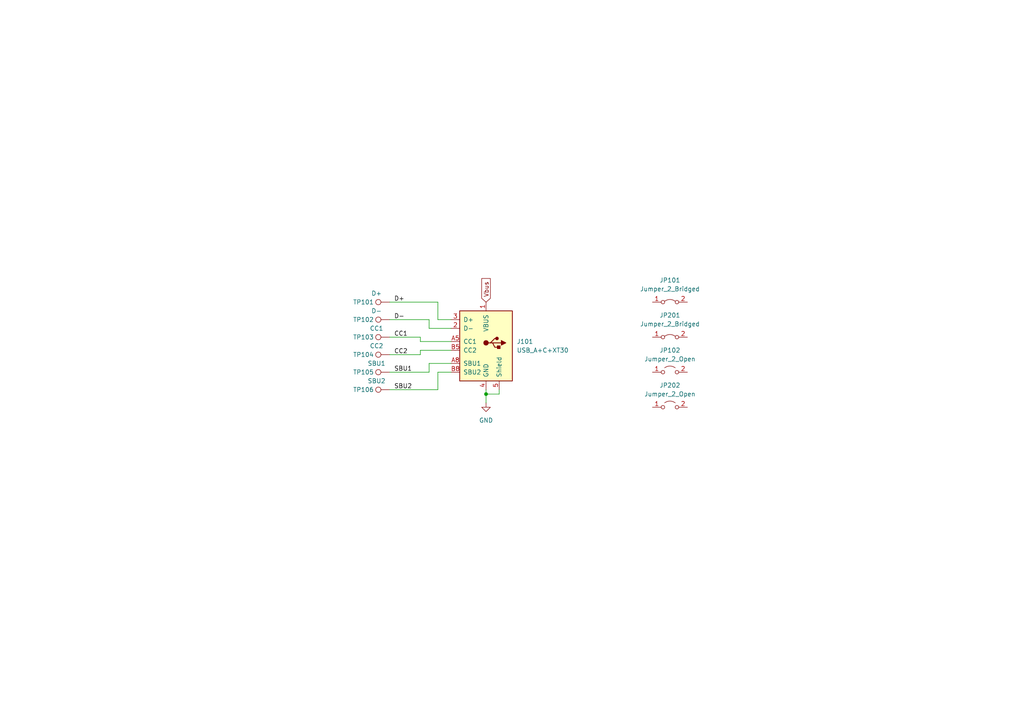
<source format=kicad_sch>
(kicad_sch (version 20211123) (generator eeschema)
  (paper "A4")
  (lib_symbols
    (symbol "Connector:TestPoint" (pin_numbers hide) (pin_names (offset 0.762) hide)
      (property "Reference" "TP" (at 0 6.858 0))
      (property "Value" "TestPoint" (at 0 5.08 0))
      (symbol "TestPoint_0_1"
        (circle (center 0 3.302) (radius 0.762))
      )
      (symbol "TestPoint_1_1"
        (pin passive line (at 0 0 90) (length 2.54) (name "1") (number "1"))
      )
    )
    (symbol "Jumper:Jumper_2_Bridged" (pin_names (offset 0) hide)
      (property "Reference" "JP" (at 0 1.905 0))
      (property "Value" "Jumper_2_Bridged" (at 0 -2.54 0))
      (symbol "Jumper_2_Bridged_0_0"
        (circle (center -2.032 0) (radius 0.508))
        (circle (center 2.032 0) (radius 0.508))
      )
      (symbol "Jumper_2_Bridged_0_1"
        (arc (start 1.524 0.254) (mid 0 0.762) (end -1.524 0.254))
      )
      (symbol "Jumper_2_Bridged_1_1"
        (pin passive line (at -5.08 0 0) (length 2.54) (name "A") (number "1"))
        (pin passive line (at 5.08 0 180) (length 2.54) (name "B") (number "2"))
      )
    )
    (symbol "Jumper:Jumper_2_Open" (pin_names (offset 0) hide)
      (property "Reference" "JP" (at 0 2.794 0))
      (property "Value" "Jumper_2_Open" (at 0 -2.286 0))
      (symbol "Jumper_2_Open_0_0"
        (circle (center -2.032 0) (radius 0.508))
        (circle (center 2.032 0) (radius 0.508))
      )
      (symbol "Jumper_2_Open_0_1"
        (arc (start 1.524 1.27) (mid 0 1.778) (end -1.524 1.27))
      )
      (symbol "Jumper_2_Open_1_1"
        (pin passive line (at -5.08 0 0) (length 2.54) (name "A") (number "1"))
        (pin passive line (at 5.08 0 180) (length 2.54) (name "B") (number "2"))
      )
    )
    (symbol "USB_A-C_2.0_XT30:USB_A+C+XT30" (pin_names (offset 1.016))
      (property "Reference" "J" (at -7.62 15.24 0))
      (property "Value" "USB_A+C+XT30" (at -2.54 12.7 0))
      (symbol "USB_A+C+XT30_0_1"
        (rectangle (start -7.62 10.16) (end 7.62 -10.16) (stroke (width 0.254)) (fill (type background)))
        (polyline (pts (xy 0.635 0.889) (xy 1.27 0.889) (xy 2.54 2.159) (xy 3.175 2.159)) (stroke (width 0.254)))
        (polyline (pts (xy 1.27 0.889) (xy 1.905 0.889) (xy 2.54 -0.381) (xy 3.81 -0.381)) (stroke (width 0.254)))
        (polyline (pts (xy 4.445 1.524) (xy 4.445 0.254) (xy 5.715 0.889) (xy 4.445 1.524)) (stroke (width 0.254)) (fill (type outline)))
        (circle (center 0 0.889) (radius 0.635) (stroke (width 0.254)) (fill (type outline)))
        (circle (center 3.175 2.159) (radius 0.381) (stroke (width 0.254)) (fill (type outline)))
        (rectangle (start 4.064 0) (end 3.302 -0.762) (stroke (width 0.254)) (fill (type outline)))
      )
      (symbol "USB_A+C+XT30_1_1"
        (polyline (pts (xy 1.905 0.889) (xy 4.445 0.889)) (stroke (width 0.254)))
        (pin power_in line (at 0 12.7 270) (length 2.54) (name "VBUS") (number "1"))
        (pin bidirectional line (at -10.16 5.08 0) (length 2.54) (name "D-") (number "2"))
        (pin bidirectional line (at -10.16 7.62 0) (length 2.54) (name "D+") (number "3"))
        (pin power_in line (at 0 -12.7 90) (length 2.54) (name "GND") (number "4"))
        (pin passive line (at 3.81 -12.7 90) (length 2.54) (name "Shield") (number "5"))
        (pin bidirectional line (at -10.16 1.27 0) (length 2.54) (name "CC1") (number "A5"))
        (pin bidirectional line (at -10.16 -5.08 0) (length 2.54) (name "SBU1") (number "A8"))
        (pin bidirectional line (at -10.16 -1.27 0) (length 2.54) (name "CC2") (number "B5"))
        (pin bidirectional line (at -10.16 -7.62 0) (length 2.54) (name "SBU2") (number "B8"))
      )
    )
    (symbol "power:GND" (power) (pin_names (offset 0))
      (property "Value" "GND" (at 0 -3.81 0))
      (symbol "GND_0_1"
        (polyline (pts (xy 0 0) (xy 0 -1.27) (xy 1.27 -1.27) (xy 0 -2.54) (xy -1.27 -1.27) (xy 0 -1.27)))
      )
      (symbol "GND_1_1"
        (pin power_in line (at 0 0 270) (length 0) hide (name "GND") (number "1"))
      )
    )
  )
  (junction (at 140.97 114.3))
  (wire (pts (xy 127 92.71) (xy 127 87.63)))
  (wire (pts (xy 121.92 97.79) (xy 113.03 97.79)))
  (wire (pts (xy 130.81 101.6) (xy 121.92 101.6)))
  (wire (pts (xy 127 107.95) (xy 127 113.03)))
  (wire (pts (xy 121.92 99.06) (xy 121.92 97.79)))
  (wire (pts (xy 140.97 113.03) (xy 140.97 114.3)))
  (wire (pts (xy 140.97 114.3) (xy 140.97 116.84)))
  (wire (pts (xy 144.78 113.03) (xy 144.78 114.3)))
  (wire (pts (xy 127 113.03) (xy 113.03 113.03)))
  (wire (pts (xy 130.81 92.71) (xy 127 92.71)))
  (wire (pts (xy 121.92 102.87) (xy 113.03 102.87)))
  (wire (pts (xy 130.81 105.41) (xy 124.46 105.41)))
  (wire (pts (xy 130.81 95.25) (xy 124.46 95.25)))
  (wire (pts (xy 144.78 114.3) (xy 140.97 114.3)))
  (wire (pts (xy 130.81 99.06) (xy 121.92 99.06)))
  (wire (pts (xy 130.81 107.95) (xy 127 107.95)))
  (wire (pts (xy 124.46 92.71) (xy 113.03 92.71)))
  (wire (pts (xy 124.46 105.41) (xy 124.46 107.95)))
  (wire (pts (xy 121.92 101.6) (xy 121.92 102.87)))
  (wire (pts (xy 124.46 95.25) (xy 124.46 92.71)))
  (wire (pts (xy 124.46 107.95) (xy 113.03 107.95)))
  (wire (pts (xy 127 87.63) (xy 113.03 87.63)))
  (label "D+" (at 114.3 87.63 0))
  (label "CC2" (at 114.3 102.87 0))
  (label "SBU1" (at 114.3 107.95 0))
  (label "SBU2" (at 114.3 113.03 0))
  (label "D-" (at 114.3 92.71 0))
  (label "CC1" (at 114.3 97.79 0))
  (global_label "Vbus" (shape input) (at 140.97 87.63 90) (property "Intersheet References" "${INTERSHEET_REFS}" (effects hide)))
  (symbol (lib_id "Jumper:Jumper_2_Open") (at 194.31 118.11 0) (unit 1)
    (property "Reference" "JP202" (at 194.31 111.76 0))
    (property "Value" "Jumper_2_Open" (at 194.31 114.3 0))
    (property "Footprint" "Jumper:SolderJumper-2_P1.3mm_Open_RoundedPad1.0x1.5mm" (effects hide))
  )
  (symbol (lib_id "Connector:TestPoint") (at 113.03 97.79 90) (unit 1)
    (property "Reference" "TP103" (at 105.41 97.79 90))
    (property "Value" "CC1" (at 109.22 95.25 90))
    (property "Footprint" "TestPoint:TestPoint_THTPad_D1.0mm_Drill0.5mm" (effects hide))
  )
  (symbol (lib_id "Connector:TestPoint") (at 113.03 107.95 90) (unit 1)
    (property "Reference" "TP105" (at 105.41 107.95 90))
    (property "Value" "SBU1" (at 109.22 105.41 90))
    (property "Footprint" "TestPoint:TestPoint_THTPad_D1.0mm_Drill0.5mm" (effects hide))
  )
  (symbol (lib_id "Connector:TestPoint") (at 113.03 92.71 90) (unit 1)
    (property "Reference" "TP102" (at 105.41 92.71 90))
    (property "Value" "D-" (at 109.22 90.17 90))
    (property "Footprint" "TestPoint:TestPoint_THTPad_D1.0mm_Drill0.5mm" (effects hide))
  )
  (symbol (lib_id "Jumper:Jumper_2_Bridged") (at 194.31 87.63 0) (unit 1)
    (property "Reference" "JP101" (at 194.31 81.28 0))
    (property "Value" "Jumper_2_Bridged" (at 194.31 83.82 0))
    (property "Footprint" "Customs:tinySJ-Bridged" (effects hide))
  )
  (symbol (lib_id "Jumper:Jumper_2_Open") (at 194.31 107.95 0) (unit 1)
    (property "Reference" "JP102" (at 194.31 101.6 0))
    (property "Value" "Jumper_2_Open" (at 194.31 104.14 0))
    (property "Footprint" "Customs:tinySJ-Open" (effects hide))
  )
  (symbol (lib_id "Jumper:Jumper_2_Bridged") (at 194.31 97.79 0) (unit 1)
    (property "Reference" "JP201" (at 194.31 91.44 0))
    (property "Value" "Jumper_2_Bridged" (at 194.31 93.98 0))
    (property "Footprint" "Jumper:SolderJumper-2_P1.3mm_Bridged_RoundedPad1.0x1.5mm" (effects hide))
  )
  (symbol (lib_id "USB_A-C_2.0_XT30:USB_A+C+XT30") (at 140.97 100.33 0) (unit 1)
    (property "Reference" "J101" (at 149.86 99.0599 0) (effects (justify left)))
    (property "Value" "USB_A+C+XT30" (at 149.86 101.5999 0) (effects (justify left)))
    (property "Footprint" "Customs:USB_A+C+XT30" (effects hide))
    (property "Datasheet" " ~" (effects hide))
    (property "LCSC" "A-(C6389922) C-(C2765186) XT30-(C2913282)" (effects hide))
  )
  (symbol (lib_id "Connector:TestPoint") (at 113.03 102.87 90) (unit 1)
    (property "Reference" "TP104" (at 105.41 102.87 90))
    (property "Value" "CC2" (at 109.22 100.33 90))
    (property "Footprint" "TestPoint:TestPoint_THTPad_D1.0mm_Drill0.5mm" (effects hide))
  )
  (symbol (lib_id "power:GND") (at 140.97 116.84 0) (unit 1)
    (property "Reference" "#PWR0101" (effects hide))
    (property "Value" "GND" (at 140.97 121.92 0))
  )
  (symbol (lib_id "Connector:TestPoint") (at 113.03 113.03 90) (unit 1)
    (property "Reference" "TP106" (at 105.41 113.03 90))
    (property "Value" "SBU2" (at 109.22 110.49 90))
    (property "Footprint" "TestPoint:TestPoint_THTPad_D1.0mm_Drill0.5mm" (effects hide))
  )
  (symbol (lib_id "Connector:TestPoint") (at 113.03 87.63 90) (unit 1)
    (property "Reference" "TP101" (at 105.41 87.63 90))
    (property "Value" "D+" (at 109.22 85.09 90))
    (property "Footprint" "TestPoint:TestPoint_THTPad_D1.0mm_Drill0.5mm" (effects hide))
  )
)
</source>
